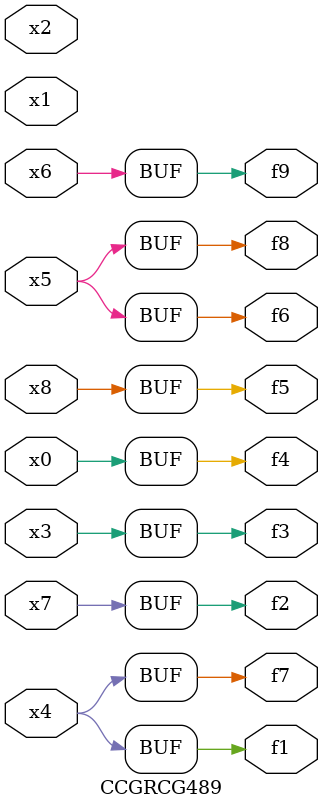
<source format=v>
module CCGRCG489(
	input x0, x1, x2, x3, x4, x5, x6, x7, x8,
	output f1, f2, f3, f4, f5, f6, f7, f8, f9
);
	assign f1 = x4;
	assign f2 = x7;
	assign f3 = x3;
	assign f4 = x0;
	assign f5 = x8;
	assign f6 = x5;
	assign f7 = x4;
	assign f8 = x5;
	assign f9 = x6;
endmodule

</source>
